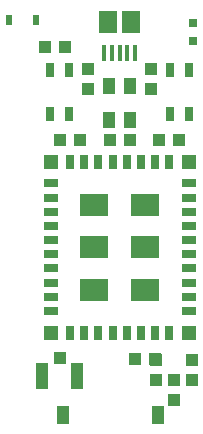
<source format=gtp>
G75*
G70*
%OFA0B0*%
%FSLAX24Y24*%
%IPPOS*%
%LPD*%
%AMOC8*
5,1,8,0,0,1.08239X$1,22.5*
%
%ADD10R,0.0433X0.0394*%
%ADD11R,0.0157X0.0531*%
%ADD12R,0.0591X0.0748*%
%ADD13R,0.0248X0.0327*%
%ADD14R,0.0472X0.0472*%
%ADD15R,0.0472X0.0276*%
%ADD16R,0.0276X0.0472*%
%ADD17R,0.0945X0.0748*%
%ADD18R,0.0394X0.0433*%
%ADD19R,0.0256X0.0492*%
%ADD20R,0.0315X0.0315*%
%ADD21R,0.0433X0.0551*%
%ADD22R,0.0413X0.0866*%
%ADD23R,0.0394X0.0413*%
%ADD24R,0.0394X0.0591*%
D10*
X005768Y002400D03*
X006437Y002400D03*
X006558Y009690D03*
X007227Y009690D03*
X006293Y011405D03*
X006293Y012075D03*
X004193Y012075D03*
X004193Y011405D03*
X003927Y009690D03*
X003258Y009690D03*
D11*
X004731Y012587D03*
X004987Y012587D03*
X005243Y012587D03*
X005499Y012587D03*
X005755Y012587D03*
D12*
X005637Y013640D03*
X004849Y013636D03*
D13*
X002446Y013690D03*
X001540Y013690D03*
D14*
X002940Y008983D03*
X002940Y003274D03*
X007546Y003274D03*
X007546Y008983D03*
D15*
X007546Y008254D03*
X007546Y007782D03*
X007546Y007309D03*
X007546Y006837D03*
X007546Y006364D03*
X007546Y005892D03*
X007546Y005420D03*
X007546Y004947D03*
X007546Y004475D03*
X007546Y004002D03*
X002940Y004002D03*
X002940Y004475D03*
X002940Y004947D03*
X002940Y005420D03*
X002940Y005892D03*
X002940Y006364D03*
X002940Y006837D03*
X002940Y007309D03*
X002940Y007782D03*
X002940Y008254D03*
D16*
X003589Y008983D03*
X004062Y008983D03*
X004534Y008983D03*
X005007Y008983D03*
X005479Y008983D03*
X005951Y008983D03*
X006424Y008983D03*
X006896Y008983D03*
X006896Y003274D03*
X006424Y003274D03*
X005951Y003274D03*
X005479Y003274D03*
X005007Y003274D03*
X004534Y003274D03*
X004062Y003274D03*
X003589Y003274D03*
D17*
X004396Y004711D03*
X004396Y006128D03*
X004396Y007546D03*
X006089Y007546D03*
X006089Y006128D03*
X006089Y004711D03*
D18*
X006443Y002375D03*
X006443Y001705D03*
X007043Y001695D03*
X007043Y001025D03*
X007643Y001705D03*
X007643Y002375D03*
X005577Y009690D03*
X004908Y009690D03*
X003427Y012810D03*
X002758Y012810D03*
D19*
X002938Y012028D03*
X003548Y012028D03*
X003548Y010552D03*
X002938Y010552D03*
X006938Y010552D03*
X007548Y010552D03*
X007548Y012028D03*
X006938Y012028D03*
D20*
X007693Y012995D03*
X007693Y013585D03*
D21*
X005597Y011511D03*
X004888Y011511D03*
X004888Y010369D03*
X005597Y010369D03*
D22*
X002662Y001840D03*
X003824Y001840D03*
D23*
X003243Y002441D03*
D24*
X003368Y000540D03*
X006518Y000540D03*
M02*

</source>
